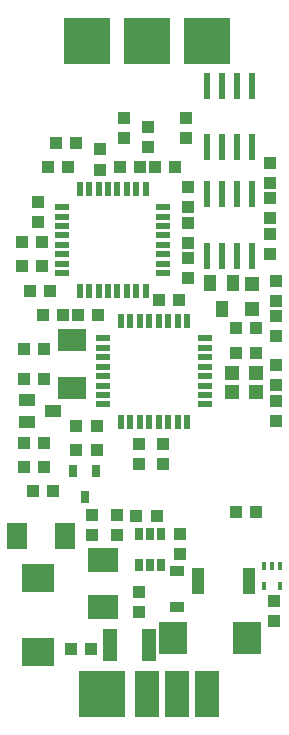
<source format=gbr>
G04 EAGLE Gerber RS-274X export*
G75*
%MOMM*%
%FSLAX34Y34*%
%LPD*%
%INSolderpaste Top*%
%IPPOS*%
%AMOC8*
5,1,8,0,0,1.08239X$1,22.5*%
G01*
%ADD10R,1.100000X1.000000*%
%ADD11R,1.000000X1.100000*%
%ADD12R,0.700000X1.000000*%
%ADD13R,1.270000X0.558800*%
%ADD14R,0.558800X1.270000*%
%ADD15R,2.400000X1.900000*%
%ADD16R,1.400000X1.000000*%
%ADD17R,1.200000X1.200000*%
%ADD18R,0.600000X2.200000*%
%ADD19R,1.000000X1.400000*%
%ADD20R,2.500000X2.000000*%
%ADD21R,1.780000X2.160000*%
%ADD22R,1.200000X2.800000*%
%ADD23R,2.400000X2.800000*%
%ADD24R,2.800000X2.400000*%
%ADD25R,0.690000X0.990000*%
%ADD26R,1.000000X2.200000*%
%ADD27R,1.200000X0.850000*%
%ADD28R,0.350000X0.800000*%
%ADD29R,4.000000X4.000000*%
%ADD30R,2.000000X4.000000*%


D10*
X35488Y404813D03*
X18488Y404813D03*
D11*
X158750Y391088D03*
X158750Y374088D03*
X84138Y483163D03*
X84138Y466163D03*
D10*
X83113Y342900D03*
X66113Y342900D03*
D11*
X125413Y502213D03*
X125413Y485213D03*
D12*
X71438Y189025D03*
X61938Y211025D03*
X80938Y211025D03*
D11*
X41838Y363538D03*
X24838Y363538D03*
X64063Y488950D03*
X47063Y488950D03*
D10*
X31750Y438713D03*
X31750Y421713D03*
D11*
X35950Y342900D03*
X52950Y342900D03*
X118038Y468313D03*
X101038Y468313D03*
D10*
X158750Y451413D03*
X158750Y434413D03*
X158750Y421250D03*
X158750Y404250D03*
D11*
X40713Y468313D03*
X57713Y468313D03*
X37075Y234950D03*
X20075Y234950D03*
X20075Y214313D03*
X37075Y214313D03*
X28013Y193675D03*
X45013Y193675D03*
X148200Y468313D03*
X131200Y468313D03*
D10*
X157163Y510150D03*
X157163Y493150D03*
X228600Y472050D03*
X228600Y455050D03*
D13*
X52324Y434400D03*
X52324Y426400D03*
X52324Y418400D03*
X52324Y410400D03*
X52324Y402400D03*
X52324Y394400D03*
X52324Y386400D03*
X52324Y378400D03*
D14*
X67250Y363474D03*
X75250Y363474D03*
X83250Y363474D03*
X91250Y363474D03*
X99250Y363474D03*
X107250Y363474D03*
X115250Y363474D03*
X123250Y363474D03*
D13*
X138176Y378400D03*
X138176Y386400D03*
X138176Y394400D03*
X138176Y402400D03*
X138176Y410400D03*
X138176Y418400D03*
X138176Y426400D03*
X138176Y434400D03*
D14*
X123250Y449326D03*
X115250Y449326D03*
X107250Y449326D03*
X99250Y449326D03*
X91250Y449326D03*
X83250Y449326D03*
X75250Y449326D03*
X67250Y449326D03*
D10*
X20075Y288925D03*
X37075Y288925D03*
X20075Y314325D03*
X37075Y314325D03*
D11*
X117475Y216925D03*
X117475Y233925D03*
D10*
X233363Y372038D03*
X233363Y355038D03*
D11*
X18488Y384175D03*
X35488Y384175D03*
D15*
X60325Y281125D03*
X60325Y322125D03*
D10*
X64525Y228600D03*
X81525Y228600D03*
X64525Y249238D03*
X81525Y249238D03*
D16*
X44338Y261938D03*
X22338Y252438D03*
X22338Y271438D03*
D11*
X199463Y176213D03*
X216463Y176213D03*
X216463Y331788D03*
X199463Y331788D03*
D17*
X216875Y277813D03*
X195875Y277813D03*
D11*
X216463Y311150D03*
X199463Y311150D03*
D17*
X216875Y293688D03*
X195875Y293688D03*
D10*
X117475Y108513D03*
X117475Y91513D03*
D11*
X138113Y216925D03*
X138113Y233925D03*
D10*
X134375Y355600D03*
X151375Y355600D03*
D14*
X158175Y338201D03*
X150175Y338201D03*
X142175Y338201D03*
X134175Y338201D03*
X126175Y338201D03*
X118175Y338201D03*
X110175Y338201D03*
X102175Y338201D03*
D13*
X87249Y323275D03*
X87249Y315275D03*
X87249Y307275D03*
X87249Y299275D03*
X87249Y291275D03*
X87249Y283275D03*
X87249Y275275D03*
X87249Y267275D03*
D14*
X102175Y252349D03*
X110175Y252349D03*
X118175Y252349D03*
X126175Y252349D03*
X134175Y252349D03*
X142175Y252349D03*
X150175Y252349D03*
X158175Y252349D03*
D13*
X173101Y267275D03*
X173101Y275275D03*
X173101Y283275D03*
X173101Y291275D03*
X173101Y299275D03*
X173101Y307275D03*
X173101Y315275D03*
X173101Y323275D03*
D18*
X200025Y445100D03*
X200025Y393100D03*
X212725Y445100D03*
X187325Y445100D03*
X174625Y445100D03*
X212725Y393100D03*
X187325Y393100D03*
X174625Y393100D03*
D10*
X228600Y424888D03*
X228600Y441888D03*
D11*
X228600Y411725D03*
X228600Y394725D03*
D19*
X187325Y347775D03*
X177825Y369775D03*
X196825Y369775D03*
D10*
X59763Y60325D03*
X76763Y60325D03*
D20*
X87313Y95888D03*
X87313Y135888D03*
D21*
X55225Y155575D03*
X14525Y155575D03*
D10*
X233363Y341875D03*
X233363Y324875D03*
D17*
X212725Y348275D03*
X212725Y369275D03*
D22*
X126038Y63500D03*
X93038Y63500D03*
D23*
X209300Y69850D03*
X146300Y69850D03*
D24*
X31750Y120400D03*
X31750Y57400D03*
D25*
X136500Y157463D03*
X127000Y157463D03*
X117500Y157463D03*
X117500Y131463D03*
X127000Y131463D03*
X136500Y131463D03*
D11*
X152400Y140725D03*
X152400Y157725D03*
X115325Y173038D03*
X132325Y173038D03*
D10*
X98425Y156600D03*
X98425Y173600D03*
D11*
X77788Y156600D03*
X77788Y173600D03*
D26*
X210413Y117475D03*
X167413Y117475D03*
D27*
X149225Y96125D03*
X149225Y126125D03*
D28*
X223688Y113738D03*
X236688Y113738D03*
X236688Y130738D03*
X230188Y130738D03*
X223688Y130738D03*
D10*
X233363Y270438D03*
X233363Y253438D03*
D11*
X233363Y300600D03*
X233363Y283600D03*
D10*
X231775Y100575D03*
X231775Y83575D03*
D29*
X123825Y574675D03*
X174625Y574675D03*
X73025Y574675D03*
D30*
X123825Y22225D03*
X149225Y22225D03*
D29*
X85725Y22225D03*
D30*
X174625Y22225D03*
D18*
X187325Y485175D03*
X187325Y537175D03*
X174625Y485175D03*
X200025Y485175D03*
X212725Y485175D03*
X174625Y537175D03*
X200025Y537175D03*
X212725Y537175D03*
D11*
X104775Y493150D03*
X104775Y510150D03*
M02*

</source>
